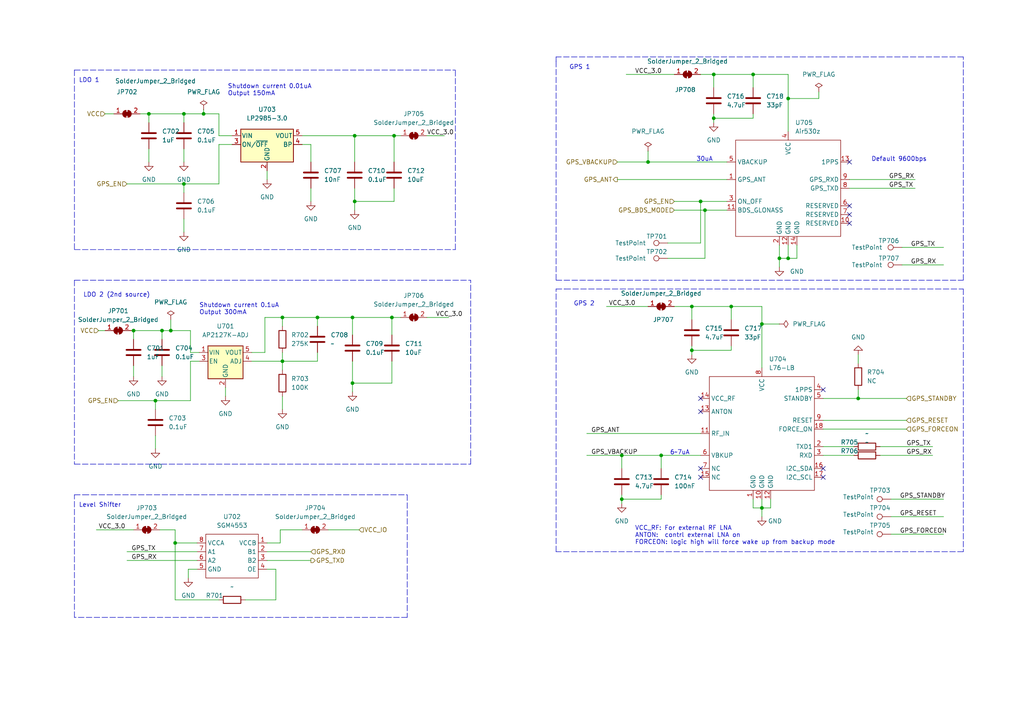
<source format=kicad_sch>
(kicad_sch (version 20211123) (generator eeschema)
  (paper "A4")
  (lib_symbols
    (symbol "Connector:TestPoint" (pin_numbers hide) (pin_names (offset 0.762) hide)
      (property "Reference" "TP" (at 0 6.858 0))
      (property "Value" "TestPoint" (at 0 5.08 0))
      (symbol "TestPoint_0_1"
        (circle (center 0 3.302) (radius 0.762))
      )
      (symbol "TestPoint_1_1"
        (pin passive line (at 0 0 90) (length 2.54) (name "1") (number "1"))
      )
    )
    (symbol "Device:C" (pin_numbers hide) (pin_names (offset 0.254))
      (property "Reference" "C" (at 0.635 2.54 0))
      (property "Value" "C" (at 0.635 -2.54 0))
      (symbol "C_0_1"
        (polyline (pts (xy -2.032 -0.762) (xy 2.032 -0.762)) (stroke (width 0.508)))
        (polyline (pts (xy -2.032 0.762) (xy 2.032 0.762)) (stroke (width 0.508)))
      )
      (symbol "C_1_1"
        (pin passive line (at 0 3.81 270) (length 2.794) (name "~") (number "1"))
        (pin passive line (at 0 -3.81 90) (length 2.794) (name "~") (number "2"))
      )
    )
    (symbol "Device:R" (pin_numbers hide) (pin_names (offset 0))
      (property "Reference" "R" (at 2.032 0 90))
      (property "Value" "R" (at 0 0 90))
      (symbol "R_0_1"
        (rectangle (start -1.016 -2.54) (end 1.016 2.54) (stroke (width 0.254)))
      )
      (symbol "R_1_1"
        (pin passive line (at 0 3.81 270) (length 1.27) (name "~") (number "1"))
        (pin passive line (at 0 -3.81 90) (length 1.27) (name "~") (number "2"))
      )
    )
    (symbol "Jumper:SolderJumper_2_Bridged" (pin_names (offset 0) hide)
      (property "Reference" "JP" (at 0 2.032 0))
      (property "Value" "SolderJumper_2_Bridged" (at 0 -2.54 0))
      (symbol "SolderJumper_2_Bridged_0_1"
        (rectangle (start -0.508 0.508) (end 0.508 -0.508) (fill (type outline)))
        (arc (start -0.254 1.016) (mid -1.27 0) (end -0.254 -1.016))
        (arc (start -0.254 1.016) (mid -1.27 0) (end -0.254 -1.016) (fill (type outline)))
        (polyline (pts (xy -0.254 1.016) (xy -0.254 -1.016)))
        (polyline (pts (xy 0.254 1.016) (xy 0.254 -1.016)))
        (arc (start 0.254 -1.016) (mid 1.27 0) (end 0.254 1.016))
        (arc (start 0.254 -1.016) (mid 1.27 0) (end 0.254 1.016) (fill (type outline)))
      )
      (symbol "SolderJumper_2_Bridged_1_1"
        (pin passive line (at -3.81 0 0) (length 2.54) (name "A") (number "1"))
        (pin passive line (at 3.81 0 180) (length 2.54) (name "B") (number "2"))
      )
    )
    (symbol "Regulator_Linear:AP2127K-ADJ" (pin_names (offset 0.254))
      (property "Reference" "U" (at -5.08 5.715 0))
      (property "Value" "AP2127K-ADJ" (at 0 5.715 0))
      (symbol "AP2127K-ADJ_0_1"
        (rectangle (start -5.08 4.445) (end 5.08 -5.08) (stroke (width 0.254)) (fill (type background)))
      )
      (symbol "AP2127K-ADJ_1_1"
        (pin power_in line (at -7.62 2.54 0) (length 2.54) (name "VIN") (number "1"))
        (pin power_in line (at 0 -7.62 90) (length 2.54) (name "GND") (number "2"))
        (pin input line (at -7.62 0 0) (length 2.54) (name "EN") (number "3"))
        (pin input line (at 7.62 0 180) (length 2.54) (name "ADJ") (number "4"))
        (pin power_out line (at 7.62 2.54 180) (length 2.54) (name "VOUT") (number "5"))
      )
    )
    (symbol "Regulator_Linear:LP2985-3.0" (pin_names (offset 0.254))
      (property "Reference" "U" (at -6.35 5.715 0))
      (property "Value" "LP2985-3.0" (at 0 5.715 0))
      (symbol "LP2985-3.0_0_1"
        (rectangle (start -7.62 -5.08) (end 7.62 4.445) (stroke (width 0.254)) (fill (type background)))
      )
      (symbol "LP2985-3.0_1_1"
        (pin power_in line (at -10.16 2.54 0) (length 2.54) (name "VIN") (number "1"))
        (pin power_in line (at 0 -7.62 90) (length 2.54) (name "GND") (number "2"))
        (pin input line (at -10.16 0 0) (length 2.54) (name "ON/~{OFF}") (number "3"))
        (pin input line (at 10.16 0 180) (length 2.54) (name "BP") (number "4"))
        (pin power_out line (at 10.16 2.54 180) (length 2.54) (name "VOUT") (number "5"))
      )
    )
    (symbol "lp-collapse:Air530z"
      (property "Reference" "U" (at 0 3.81 0))
      (property "Value" "Air530z" (at 0 0 0))
      (symbol "Air530z_0_1"
        (rectangle (start -15.24 13.97) (end 15.24 -13.97))
      )
      (symbol "Air530z_1_1"
        (pin input line (at -17.78 2.54 0) (length 2.54) (name "GPS_ANT") (number "1"))
        (pin passive line (at 17.78 -10.16 180) (length 2.54) (name "RESERVED") (number "10"))
        (pin input line (at -17.78 -6.35 0) (length 2.54) (name "BDS_GLONASS") (number "11"))
        (pin power_in line (at 0 -16.51 90) (length 2.54) (name "GND") (number "12"))
        (pin output line (at 17.78 7.62 180) (length 2.54) (name "1PPS") (number "13"))
        (pin power_in line (at 2.54 -16.51 90) (length 2.54) (name "GND") (number "14"))
        (pin power_in line (at -2.54 -16.51 90) (length 2.54) (name "GND") (number "2"))
        (pin input line (at -17.78 -3.81 0) (length 2.54) (name "ON_OFF") (number "3"))
        (pin power_in line (at 0 16.51 270) (length 2.54) (name "VCC") (number "4"))
        (pin power_in line (at -17.78 7.62 0) (length 2.54) (name "VBACKUP") (number "5"))
        (pin passive line (at 17.78 -5.08 180) (length 2.54) (name "RESERVED") (number "6"))
        (pin passive line (at 17.78 -7.62 180) (length 2.54) (name "RESERVED") (number "7"))
        (pin output line (at 17.78 0 180) (length 2.54) (name "GPS_TXD") (number "8"))
        (pin input line (at 17.78 2.54 180) (length 2.54) (name "GPS_RXD") (number "9"))
      )
    )
    (symbol "lp-collapse:L76-LB"
      (property "Reference" "U?" (at 5.08 21.59 0))
      (property "Value" "L76-LB" (at 7.62 19.05 0))
      (symbol "L76-LB_0_1"
        (rectangle (start -15.24 16.51) (end 15.24 -16.51))
      )
      (symbol "L76-LB_1_1"
        (pin passive line (at -2.54 -19.05 90) (length 2.54) (name "GND") (number "1"))
        (pin passive line (at 0 -19.05 90) (length 2.54) (name "GND") (number "10"))
        (pin passive line (at -17.78 0 0) (length 2.54) (name "RF_IN") (number "11"))
        (pin passive line (at 2.54 -19.05 90) (length 2.54) (name "GND") (number "12"))
        (pin input line (at -17.78 6.35 0) (length 2.54) (name "ANTON") (number "13"))
        (pin power_in line (at -17.78 10.16 0) (length 2.54) (name "VCC_RF") (number "14"))
        (pin free line (at -17.78 -12.7 0) (length 2.54) (name "NC") (number "15"))
        (pin bidirectional line (at 17.78 -10.16 180) (length 2.54) (name "I2C_SDA") (number "16"))
        (pin input line (at 17.78 -12.7 180) (length 2.54) (name "I2C_SCL") (number "17"))
        (pin input line (at 17.78 1.27 180) (length 2.54) (name "FORCE_ON") (number "18"))
        (pin output line (at 17.78 -3.81 180) (length 2.54) (name "TXD1") (number "2"))
        (pin input line (at 17.78 -6.35 180) (length 2.54) (name "RXD") (number "3"))
        (pin output line (at 17.78 12.7 180) (length 2.54) (name "1PPS") (number "4"))
        (pin input line (at 17.78 10.16 180) (length 2.54) (name "STANDBY") (number "5"))
        (pin power_in line (at -17.78 -6.35 0) (length 2.54) (name "VBKUP") (number "6"))
        (pin free line (at -17.78 -10.16 0) (length 2.54) (name "NC") (number "7"))
        (pin power_in line (at 0 19.05 270) (length 2.54) (name "VCC") (number "8"))
        (pin input line (at 17.78 3.81 180) (length 2.54) (name "RESET") (number "9"))
      )
    )
    (symbol "lp-collapse:SGM4553"
      (property "Reference" "U" (at 0 10.16 0))
      (property "Value" "SGM4553" (at 0 7.62 0))
      (symbol "SGM4553_0_1"
        (rectangle (start -7.62 -6.35) (end 7.62 6.35))
      )
      (symbol "SGM4553_1_1"
        (pin input line (at -10.16 3.81 0) (length 2.54) (name "VCCB") (number "1"))
        (pin input line (at -10.16 1.27 0) (length 2.54) (name "B1") (number "2"))
        (pin input line (at -10.16 -1.27 0) (length 2.54) (name "B2") (number "3"))
        (pin input line (at -10.16 -3.81 0) (length 2.54) (name "OE") (number "4"))
        (pin input line (at 10.16 -3.81 180) (length 2.54) (name "GND") (number "5"))
        (pin input line (at 10.16 -1.27 180) (length 2.54) (name "A2") (number "6"))
        (pin input line (at 10.16 1.27 180) (length 2.54) (name "A1") (number "7"))
        (pin input line (at 10.16 3.81 180) (length 2.54) (name "VCCA") (number "8"))
      )
    )
    (symbol "power:GND" (power) (pin_names (offset 0))
      (property "Value" "GND" (at 0 -3.81 0))
      (symbol "GND_0_1"
        (polyline (pts (xy 0 0) (xy 0 -1.27) (xy 1.27 -1.27) (xy 0 -2.54) (xy -1.27 -1.27) (xy 0 -1.27)))
      )
      (symbol "GND_1_1"
        (pin power_in line (at 0 0 270) (length 0) hide (name "GND") (number "1"))
      )
    )
    (symbol "power:PWR_FLAG" (power) (pin_numbers hide) (pin_names (offset 0) hide)
      (property "Value" "PWR_FLAG" (at 0 3.81 0))
      (symbol "PWR_FLAG_0_0"
        (pin power_out line (at 0 0 90) (length 0) (name "pwr") (number "1"))
      )
      (symbol "PWR_FLAG_0_1"
        (polyline (pts (xy 0 0) (xy 0 1.27) (xy -1.016 1.905) (xy 0 2.54) (xy 1.016 1.905) (xy 0 1.27)))
      )
    )
  )
  (junction (at 220.98 93.98))
  (junction (at 38.735 95.885))
  (junction (at 81.915 104.775))
  (junction (at 102.235 111.125))
  (junction (at 204.47 60.96))
  (junction (at 248.92 115.57))
  (junction (at 53.34 33.02))
  (junction (at 43.18 33.02))
  (junction (at 114.3 39.37))
  (junction (at 207.01 21.59))
  (junction (at 102.87 39.37))
  (junction (at 187.96 46.99))
  (junction (at 49.53 95.885))
  (junction (at 228.6 74.93))
  (junction (at 46.99 95.885))
  (junction (at 45.085 116.205))
  (junction (at 59.055 33.02))
  (junction (at 207.01 34.29))
  (junction (at 102.235 92.075))
  (junction (at 212.09 88.9))
  (junction (at 180.34 144.78))
  (junction (at 200.66 101.6))
  (junction (at 218.44 21.59))
  (junction (at 203.2 58.42))
  (junction (at 200.66 88.9))
  (junction (at 102.87 58.42))
  (junction (at 228.6 28.575))
  (junction (at 92.075 92.075))
  (junction (at 191.77 132.08))
  (junction (at 53.34 53.34))
  (junction (at 113.665 92.075))
  (junction (at 220.98 147.32))
  (junction (at 50.8 157.48))
  (junction (at 81.915 92.075))
  (junction (at 180.34 132.08))
  (junction (at 226.06 74.93))
  (no_connect (at 203.2 115.57))
  (no_connect (at 203.2 119.38))
  (no_connect (at 238.76 113.03))
  (no_connect (at 246.38 64.77))
  (no_connect (at 246.38 59.69))
  (no_connect (at 246.38 62.23))
  (no_connect (at 238.76 135.89))
  (no_connect (at 238.76 138.43))
  (no_connect (at 203.2 135.89))
  (no_connect (at 203.2 138.43))
  (no_connect (at 246.38 46.99))
  (wire (pts (xy 92.075 92.075) (xy 102.235 92.075)))
  (wire (pts (xy 113.665 92.075) (xy 116.205 92.075)))
  (wire (pts (xy 226.06 74.93) (xy 228.6 74.93)))
  (wire (pts (xy 81.915 107.315) (xy 81.915 104.775)))
  (wire (pts (xy 27.94 153.67) (xy 38.735 153.67)))
  (wire (pts (xy 55.245 102.235) (xy 55.245 95.885)))
  (wire (pts (xy 193.675 74.93) (xy 204.47 74.93)))
  (wire (pts (xy 113.665 104.775) (xy 113.665 111.125)))
  (wire (pts (xy 237.49 28.575) (xy 228.6 28.575)))
  (wire (pts (xy 54.61 165.1) (xy 54.61 167.64)))
  (wire (pts (xy 63.5 173.99) (xy 50.8 173.99)))
  (wire (pts (xy 114.3 54.61) (xy 114.3 58.42)))
  (wire (pts (xy 102.87 58.42) (xy 102.87 60.96)))
  (wire (pts (xy 258.445 154.94) (xy 273.685 154.94)))
  (wire (pts (xy 80.01 165.1) (xy 80.01 173.99)))
  (wire (pts (xy 90.17 54.61) (xy 90.17 58.42)))
  (wire (pts (xy 238.76 115.57) (xy 248.92 115.57)))
  (polyline (pts (xy 21.59 20.32) (xy 132.08 20.32)))
  (wire (pts (xy 76.835 102.235) (xy 76.835 92.075)))
  (wire (pts (xy 81.915 92.075) (xy 81.915 94.615)))
  (wire (pts (xy 220.98 93.98) (xy 220.98 106.68)))
  (polyline (pts (xy 161.29 160.02) (xy 161.29 83.82)))
  (wire (pts (xy 191.77 144.78) (xy 180.34 144.78)))
  (wire (pts (xy 238.76 124.46) (xy 262.89 124.46)))
  (wire (pts (xy 90.17 41.91) (xy 90.17 46.99)))
  (wire (pts (xy 220.98 147.32) (xy 220.98 149.86)))
  (wire (pts (xy 228.6 28.575) (xy 228.6 21.59)))
  (wire (pts (xy 179.07 46.99) (xy 187.96 46.99)))
  (wire (pts (xy 49.53 95.885) (xy 46.99 95.885)))
  (wire (pts (xy 38.735 95.885) (xy 38.1 95.885)))
  (wire (pts (xy 238.76 132.08) (xy 247.65 132.08)))
  (wire (pts (xy 218.44 144.78) (xy 218.44 147.32)))
  (wire (pts (xy 191.77 132.08) (xy 203.2 132.08)))
  (wire (pts (xy 195.58 60.96) (xy 204.47 60.96)))
  (wire (pts (xy 226.06 71.12) (xy 226.06 74.93)))
  (wire (pts (xy 180.34 144.78) (xy 180.34 146.05)))
  (polyline (pts (xy 21.59 20.32) (xy 21.59 72.39)))
  (wire (pts (xy 170.18 125.73) (xy 203.2 125.73)))
  (wire (pts (xy 36.83 53.34) (xy 53.34 53.34)))
  (wire (pts (xy 57.15 157.48) (xy 50.8 157.48)))
  (wire (pts (xy 218.44 34.29) (xy 207.01 34.29)))
  (wire (pts (xy 36.83 162.56) (xy 57.15 162.56)))
  (wire (pts (xy 49.53 92.71) (xy 49.53 95.885)))
  (wire (pts (xy 63.5 33.02) (xy 59.055 33.02)))
  (wire (pts (xy 246.38 52.07) (xy 265.43 52.07)))
  (wire (pts (xy 258.445 149.86) (xy 273.685 149.86)))
  (polyline (pts (xy 279.4 81.28) (xy 279.4 16.51)))
  (wire (pts (xy 170.18 132.08) (xy 180.34 132.08)))
  (wire (pts (xy 102.87 54.61) (xy 102.87 58.42)))
  (wire (pts (xy 102.87 39.37) (xy 102.87 46.99)))
  (wire (pts (xy 195.58 58.42) (xy 203.2 58.42)))
  (wire (pts (xy 114.3 39.37) (xy 116.205 39.37)))
  (wire (pts (xy 53.34 53.34) (xy 63.5 53.34)))
  (wire (pts (xy 77.47 157.48) (xy 81.28 157.48)))
  (wire (pts (xy 200.66 101.6) (xy 200.66 102.87)))
  (wire (pts (xy 114.3 39.37) (xy 114.3 46.99)))
  (polyline (pts (xy 161.29 83.82) (xy 163.83 83.82)))
  (polyline (pts (xy 21.59 72.39) (xy 132.08 72.39)))
  (wire (pts (xy 207.01 34.29) (xy 207.01 35.56)))
  (wire (pts (xy 226.06 74.93) (xy 226.06 77.47)))
  (wire (pts (xy 203.2 70.485) (xy 203.2 58.42)))
  (wire (pts (xy 95.25 153.67) (xy 104.14 153.67)))
  (wire (pts (xy 53.34 33.02) (xy 53.34 35.56)))
  (wire (pts (xy 238.76 121.92) (xy 262.89 121.92)))
  (wire (pts (xy 248.92 115.57) (xy 262.89 115.57)))
  (wire (pts (xy 59.055 31.75) (xy 59.055 33.02)))
  (wire (pts (xy 81.915 104.775) (xy 81.915 102.235)))
  (wire (pts (xy 248.92 113.03) (xy 248.92 115.57)))
  (wire (pts (xy 204.47 60.96) (xy 210.82 60.96)))
  (wire (pts (xy 207.01 21.59) (xy 207.01 25.4)))
  (wire (pts (xy 191.77 132.08) (xy 191.77 135.89)))
  (wire (pts (xy 237.49 26.67) (xy 237.49 28.575)))
  (wire (pts (xy 30.48 95.885) (xy 28.575 95.885)))
  (wire (pts (xy 80.01 173.99) (xy 71.12 173.99)))
  (wire (pts (xy 102.235 111.125) (xy 113.665 111.125)))
  (wire (pts (xy 43.18 33.02) (xy 43.18 35.56)))
  (wire (pts (xy 102.87 58.42) (xy 114.3 58.42)))
  (polyline (pts (xy 118.11 179.07) (xy 21.59 179.07)))
  (polyline (pts (xy 161.29 16.51) (xy 161.29 17.78)))
  (wire (pts (xy 261.62 76.835) (xy 273.685 76.835)))
  (wire (pts (xy 46.99 95.885) (xy 38.735 95.885)))
  (wire (pts (xy 34.29 116.205) (xy 45.085 116.205)))
  (wire (pts (xy 255.27 129.54) (xy 270.51 129.54)))
  (wire (pts (xy 193.675 70.485) (xy 203.2 70.485)))
  (wire (pts (xy 187.96 43.815) (xy 187.96 46.99)))
  (polyline (pts (xy 132.08 72.39) (xy 132.08 20.32)))
  (wire (pts (xy 212.09 101.6) (xy 200.66 101.6)))
  (wire (pts (xy 228.6 38.1) (xy 228.6 28.575)))
  (wire (pts (xy 81.28 157.48) (xy 81.28 153.67)))
  (polyline (pts (xy 21.59 134.62) (xy 136.525 134.62)))
  (wire (pts (xy 191.77 143.51) (xy 191.77 144.78)))
  (wire (pts (xy 195.58 88.9) (xy 200.66 88.9)))
  (wire (pts (xy 46.99 95.885) (xy 46.99 98.425)))
  (wire (pts (xy 204.47 60.96) (xy 204.47 74.93)))
  (polyline (pts (xy 279.4 16.51) (xy 161.29 16.51)))
  (polyline (pts (xy 161.29 81.28) (xy 279.4 81.28)))
  (polyline (pts (xy 136.525 134.62) (xy 136.525 81.28)))
  (wire (pts (xy 43.18 43.18) (xy 43.18 46.99)))
  (wire (pts (xy 50.8 157.48) (xy 50.8 153.67)))
  (wire (pts (xy 212.09 88.9) (xy 220.98 88.9)))
  (wire (pts (xy 45.085 116.205) (xy 55.245 116.205)))
  (wire (pts (xy 65.405 112.395) (xy 65.405 114.935)))
  (wire (pts (xy 59.055 33.02) (xy 53.34 33.02)))
  (wire (pts (xy 212.09 88.9) (xy 200.66 88.9)))
  (wire (pts (xy 255.27 132.08) (xy 270.51 132.08)))
  (wire (pts (xy 246.38 54.61) (xy 265.43 54.61)))
  (wire (pts (xy 248.92 102.87) (xy 248.92 105.41)))
  (wire (pts (xy 50.8 173.99) (xy 50.8 157.48)))
  (wire (pts (xy 102.235 92.075) (xy 113.665 92.075)))
  (wire (pts (xy 73.025 102.235) (xy 76.835 102.235)))
  (wire (pts (xy 36.83 160.02) (xy 57.15 160.02)))
  (wire (pts (xy 81.915 114.935) (xy 81.915 118.745)))
  (wire (pts (xy 181.61 21.59) (xy 195.58 21.59)))
  (wire (pts (xy 77.47 49.53) (xy 77.47 52.07)))
  (wire (pts (xy 203.2 21.59) (xy 207.01 21.59)))
  (wire (pts (xy 55.245 102.235) (xy 57.785 102.235)))
  (wire (pts (xy 212.09 88.9) (xy 212.09 92.71)))
  (wire (pts (xy 77.47 165.1) (xy 80.01 165.1)))
  (wire (pts (xy 223.52 144.78) (xy 223.52 147.32)))
  (wire (pts (xy 53.34 63.5) (xy 53.34 67.31)))
  (wire (pts (xy 102.87 39.37) (xy 114.3 39.37)))
  (wire (pts (xy 77.47 162.56) (xy 90.17 162.56)))
  (wire (pts (xy 55.245 104.775) (xy 57.785 104.775)))
  (wire (pts (xy 218.44 21.59) (xy 207.01 21.59)))
  (wire (pts (xy 30.48 33.02) (xy 33.02 33.02)))
  (wire (pts (xy 238.76 129.54) (xy 247.65 129.54)))
  (wire (pts (xy 53.34 53.34) (xy 53.34 55.88)))
  (wire (pts (xy 220.98 147.32) (xy 223.52 147.32)))
  (wire (pts (xy 53.34 43.18) (xy 53.34 46.99)))
  (wire (pts (xy 228.6 74.93) (xy 231.14 74.93)))
  (wire (pts (xy 258.445 144.78) (xy 273.685 144.78)))
  (wire (pts (xy 46.355 153.67) (xy 50.8 153.67)))
  (wire (pts (xy 92.075 104.775) (xy 81.915 104.775)))
  (wire (pts (xy 218.44 21.59) (xy 218.44 25.4)))
  (wire (pts (xy 81.28 153.67) (xy 87.63 153.67)))
  (polyline (pts (xy 21.59 179.07) (xy 21.59 143.51)))
  (wire (pts (xy 46.99 106.045) (xy 46.99 109.22)))
  (wire (pts (xy 102.235 111.125) (xy 102.235 113.665)))
  (wire (pts (xy 179.07 52.07) (xy 210.82 52.07)))
  (wire (pts (xy 218.44 33.02) (xy 218.44 34.29)))
  (wire (pts (xy 38.735 95.885) (xy 38.735 98.425)))
  (wire (pts (xy 200.66 88.9) (xy 200.66 92.71)))
  (wire (pts (xy 87.63 39.37) (xy 102.87 39.37)))
  (polyline (pts (xy 21.59 81.28) (xy 21.59 134.62)))
  (wire (pts (xy 67.31 39.37) (xy 63.5 39.37)))
  (wire (pts (xy 81.915 92.075) (xy 92.075 92.075)))
  (wire (pts (xy 63.5 41.91) (xy 63.5 53.34)))
  (wire (pts (xy 55.245 104.775) (xy 55.245 116.205)))
  (wire (pts (xy 228.6 21.59) (xy 218.44 21.59)))
  (wire (pts (xy 113.665 92.075) (xy 113.665 97.155)))
  (wire (pts (xy 180.34 132.08) (xy 180.34 135.89)))
  (wire (pts (xy 228.6 71.12) (xy 228.6 74.93)))
  (wire (pts (xy 231.14 74.93) (xy 231.14 71.12)))
  (wire (pts (xy 102.235 92.075) (xy 102.235 97.155)))
  (wire (pts (xy 175.895 88.9) (xy 187.96 88.9)))
  (wire (pts (xy 92.075 92.075) (xy 92.075 94.615)))
  (polyline (pts (xy 279.4 83.82) (xy 279.4 160.02)))
  (polyline (pts (xy 118.11 143.51) (xy 118.11 179.07)))
  (wire (pts (xy 45.085 126.365) (xy 45.085 130.175)))
  (wire (pts (xy 40.64 33.02) (xy 43.18 33.02)))
  (wire (pts (xy 218.44 147.32) (xy 220.98 147.32)))
  (wire (pts (xy 92.075 102.235) (xy 92.075 104.775)))
  (wire (pts (xy 123.825 39.37) (xy 128.905 39.37)))
  (wire (pts (xy 207.01 33.02) (xy 207.01 34.29)))
  (wire (pts (xy 220.98 93.98) (xy 226.06 93.98)))
  (wire (pts (xy 261.62 71.755) (xy 273.685 71.755)))
  (polyline (pts (xy 21.59 81.28) (xy 136.525 81.28)))
  (wire (pts (xy 200.66 100.33) (xy 200.66 101.6)))
  (polyline (pts (xy 279.4 160.02) (xy 161.29 160.02)))
  (wire (pts (xy 220.98 144.78) (xy 220.98 147.32)))
  (wire (pts (xy 203.2 58.42) (xy 210.82 58.42)))
  (wire (pts (xy 123.825 92.075) (xy 130.175 92.075)))
  (wire (pts (xy 77.47 160.02) (xy 90.17 160.02)))
  (wire (pts (xy 55.245 95.885) (xy 49.53 95.885)))
  (wire (pts (xy 187.96 46.99) (xy 210.82 46.99)))
  (wire (pts (xy 81.915 104.775) (xy 73.025 104.775)))
  (wire (pts (xy 63.5 39.37) (xy 63.5 33.02)))
  (wire (pts (xy 87.63 41.91) (xy 90.17 41.91)))
  (wire (pts (xy 38.735 106.045) (xy 38.735 109.22)))
  (wire (pts (xy 67.31 41.91) (xy 63.5 41.91)))
  (wire (pts (xy 180.34 132.08) (xy 191.77 132.08)))
  (wire (pts (xy 212.09 100.33) (xy 212.09 101.6)))
  (wire (pts (xy 180.34 143.51) (xy 180.34 144.78)))
  (polyline (pts (xy 163.83 83.82) (xy 279.4 83.82)))
  (wire (pts (xy 76.835 92.075) (xy 81.915 92.075)))
  (wire (pts (xy 102.235 104.775) (xy 102.235 111.125)))
  (polyline (pts (xy 161.29 17.78) (xy 161.29 81.28)))
  (polyline (pts (xy 21.59 143.51) (xy 24.13 143.51)))
  (polyline (pts (xy 24.13 143.51) (xy 118.11 143.51)))
  (wire (pts (xy 45.085 116.205) (xy 45.085 118.745)))
  (wire (pts (xy 220.98 88.9) (xy 220.98 93.98)))
  (wire (pts (xy 57.15 165.1) (xy 54.61 165.1)))
  (wire (pts (xy 53.34 33.02) (xy 43.18 33.02)))
  (text "LDO 2 (2nd source)" (at 24.13 86.36 0) (effects (font (size 1.27 1.27)) (justify left bottom)))
  (text "Shutdown current 0.01uA\nOutput 150mA" (at 66.04 27.94 0) (effects (font (size 1.27 1.27)) (justify left bottom)))
  (text "Level Shifter" (at 22.86 147.32 0) (effects (font (size 1.27 1.27)) (justify left bottom)))
  (text "GPS 2" (at 166.37 88.9 0) (effects (font (size 1.27 1.27)) (justify left bottom)))
  (text "GPS 1" (at 165.1 20.32 0) (effects (font (size 1.27 1.27)) (justify left bottom)))
  (text "LDO 1" (at 22.86 24.13 0) (effects (font (size 1.27 1.27)) (justify left bottom)))
  (text "6~7uA" (at 194.31 132.08 0) (effects (font (size 1.27 1.27)) (justify left bottom)))
  (text "VCC_RF: For external RF LNA\nANTON:  contrl external LNA on\nFORCEON: logic high will force wake up from backup mode\n" (at 184.15 158.115 0) (effects (font (size 1.27 1.27)) (justify left bottom)))
  (text "Default 9600bps" (at 252.73 46.99 0) (effects (font (size 1.27 1.27)) (justify left bottom)))
  (text "Shutdown current 0.1uA\nOutput 300mA" (at 57.785 91.44 0) (effects (font (size 1.27 1.27)) (justify left bottom)))
  (text "30uA" (at 201.93 46.99 0) (effects (font (size 1.27 1.27)) (justify left bottom)))
  (label "GPS_TX" (at 257.81 54.61 0))
  (label "GPS_FORCEON" (at 260.985 154.94 0))
  (label "GPS_RX" (at 257.81 52.07 0))
  (label "GPS_TX" (at 38.1 160.02 0))
  (label "VCC_3.0" (at 184.15 21.59 0))
  (label "GPS_ANT" (at 171.45 125.73 0))
  (label "GPS_RESET" (at 260.985 149.86 0))
  (label "GPS_RX" (at 38.1 162.56 0))
  (label "VCC_3.0" (at 28.575 153.67 0))
  (label "VCC_3.0" (at 126.365 92.075 0))
  (label "GPS_RX" (at 262.89 132.08 0))
  (label "VCC_3.0" (at 176.53 88.9 0))
  (label "GPS_STANDBY" (at 260.985 144.78 0))
  (label "GPS_RX" (at 264.16 76.835 0))
  (label "GPS_VBACKUP" (at 171.45 132.08 0))
  (label "GPS_TX" (at 264.16 71.755 0))
  (label "GPS_TX" (at 262.89 129.54 0))
  (label "VCC_3.0" (at 123.825 39.37 0))
  (hierarchical_label "GPS_STANDBY" (shape input) (at 262.89 115.57 0))
  (hierarchical_label "GPS_BDS_MODE" (shape input) (at 195.58 60.96 180))
  (hierarchical_label "GPS_EN" (shape input) (at 36.83 53.34 180))
  (hierarchical_label "VCC_IO" (shape input) (at 104.14 153.67 0))
  (hierarchical_label "GPS_RXD" (shape input) (at 90.17 160.02 0))
  (hierarchical_label "GPS_RESET" (shape input) (at 262.89 121.92 0))
  (hierarchical_label "GPS_VBACKUP" (shape input) (at 179.07 46.99 180))
  (hierarchical_label "VCC" (shape input) (at 30.48 33.02 180))
  (hierarchical_label "GPS_FORCEON" (shape input) (at 262.89 124.46 0))
  (hierarchical_label "GPS_EN" (shape input) (at 34.29 116.205 180))
  (hierarchical_label "GPS_EN" (shape input) (at 195.58 58.42 180))
  (hierarchical_label "GPS_ANT" (shape output) (at 179.07 52.07 180))
  (hierarchical_label "VCC" (shape input) (at 28.575 95.885 180))
  (hierarchical_label "GPS_TXD" (shape output) (at 90.17 162.56 0))
  (symbol (lib_id "power:GND") (at 207.01 35.56 0) (unit 1)
    (property "Reference" "#PWR0716" (effects hide))
    (property "Value" "GND" (at 207.01 40.64 0))
  )
  (symbol (lib_id "power:PWR_FLAG") (at 226.06 93.98 270) (unit 1)
    (property "Reference" "#FLG0111" (effects hide))
    (property "Value" "PWR_FLAG" (at 229.87 93.9799 90) (effects (justify left)))
  )
  (symbol (lib_id "Device:C") (at 46.99 102.235 0) (unit 1)
    (property "Reference" "C704" (at 50.8 100.9649 0) (effects (justify left)))
    (property "Value" "0.1uF" (at 50.8 103.5049 0) (effects (justify left)))
  )
  (symbol (lib_id "power:GND") (at 45.085 130.175 0) (unit 1)
    (property "Reference" "#PWR0703" (effects hide))
    (property "Value" "~" (at 45.085 135.255 0))
  )
  (symbol (lib_id "power:GND") (at 248.92 102.87 180) (unit 1)
    (property "Reference" "#PWR0719" (effects hide))
    (property "Value" "GND" (at 248.92 97.79 0))
  )
  (symbol (lib_id "power:GND") (at 53.34 67.31 0) (unit 1)
    (property "Reference" "#PWR0706" (effects hide))
    (property "Value" "~" (at 53.34 72.39 0))
  )
  (symbol (lib_id "power:PWR_FLAG") (at 187.96 43.815 0) (unit 1)
    (property "Reference" "#FLG0113" (effects hide))
    (property "Value" "PWR_FLAG" (at 187.96 38.1 0))
  )
  (symbol (lib_id "power:GND") (at 90.17 58.42 0) (unit 1)
    (property "Reference" "#PWR0711" (effects hide))
    (property "Value" "~" (at 90.17 63.5 0))
  )
  (symbol (lib_id "Connector:TestPoint") (at 261.62 71.755 90) (unit 1)
    (property "Reference" "TP706" (at 257.81 69.85 90))
    (property "Value" "TestPoint" (at 251.46 71.755 90))
  )
  (symbol (lib_id "Connector:TestPoint") (at 258.445 149.86 90) (unit 1)
    (property "Reference" "TP704" (at 255.27 147.32 90))
    (property "Value" "TestPoint" (at 248.92 149.225 90))
  )
  (symbol (lib_id "Connector:TestPoint") (at 258.445 144.78 90) (unit 1)
    (property "Reference" "TP703" (at 255.27 142.24 90))
    (property "Value" "TestPoint" (at 248.92 144.145 90))
  )
  (symbol (lib_id "Device:C") (at 218.44 29.21 0) (unit 1)
    (property "Reference" "C718" (at 222.25 27.9399 0) (effects (justify left)))
    (property "Value" "33pF" (at 222.25 30.4799 0) (effects (justify left)))
  )
  (symbol (lib_id "Device:C") (at 200.66 96.52 0) (unit 1)
    (property "Reference" "C715" (at 204.47 95.2499 0) (effects (justify left)))
    (property "Value" "4.7uF" (at 204.47 97.7899 0) (effects (justify left)))
  )
  (symbol (lib_id "Device:R") (at 248.92 109.22 0) (unit 1)
    (property "Reference" "R704" (at 251.46 107.9499 0) (effects (justify left)))
    (property "Value" "NC" (at 251.46 110.4899 0) (effects (justify left)))
  )
  (symbol (lib_id "Device:C") (at 212.09 96.52 0) (unit 1)
    (property "Reference" "C717" (at 215.9 95.2499 0) (effects (justify left)))
    (property "Value" "33pF" (at 215.9 97.7899 0) (effects (justify left)))
  )
  (symbol (lib_id "power:PWR_FLAG") (at 59.055 31.75 0) (unit 1)
    (property "Reference" "#FLG0110" (effects hide))
    (property "Value" "PWR_FLAG" (at 59.055 26.67 0))
  )
  (symbol (lib_id "power:GND") (at 77.47 52.07 0) (unit 1)
    (property "Reference" "#PWR0709" (effects hide))
    (property "Value" "GND" (at 77.47 57.15 0))
  )
  (symbol (lib_id "Device:C") (at 38.735 102.235 0) (unit 1)
    (property "Reference" "C701" (at 42.545 100.9649 0) (effects (justify left)))
    (property "Value" "1uF" (at 42.545 103.5049 0) (effects (justify left)))
  )
  (symbol (lib_id "Device:C") (at 53.34 59.69 0) (unit 1)
    (property "Reference" "C706" (at 57.15 58.4199 0) (effects (justify left)))
    (property "Value" "0.1uF" (at 57.15 60.9599 0) (effects (justify left)))
  )
  (symbol (lib_id "power:GND") (at 180.34 146.05 0) (unit 1)
    (property "Reference" "#PWR0714" (effects hide))
    (property "Value" "GND" (at 180.34 151.13 0))
  )
  (symbol (lib_id "Device:C") (at 113.665 100.965 0) (unit 1)
    (property "Reference" "C711" (at 117.475 99.6949 0) (effects (justify left)))
    (property "Value" "10uF" (at 117.475 102.2349 0) (effects (justify left)))
  )
  (symbol (lib_id "Device:C") (at 45.085 122.555 0) (unit 1)
    (property "Reference" "C703" (at 48.895 121.2849 0) (effects (justify left)))
    (property "Value" "0.1uF" (at 48.895 123.8249 0) (effects (justify left)))
  )
  (symbol (lib_id "lp-collapse:SGM4553") (at 67.31 161.29 0) (mirror y) (unit 1)
    (property "Reference" "U702" (at 67.31 149.86 0))
    (property "Value" "SGM4553" (at 67.31 152.4 0))
  )
  (symbol (lib_id "power:GND") (at 43.18 46.99 0) (unit 1)
    (property "Reference" "#PWR0702" (effects hide))
    (property "Value" "~" (at 43.18 52.07 0))
  )
  (symbol (lib_id "power:GND") (at 65.405 114.935 0) (unit 1)
    (property "Reference" "#PWR0708" (effects hide))
    (property "Value" "~" (at 65.405 120.015 0))
  )
  (symbol (lib_id "power:GND") (at 81.915 118.745 0) (unit 1)
    (property "Reference" "#PWR0710" (effects hide))
    (property "Value" "~" (at 81.915 123.825 0))
  )
  (symbol (lib_id "power:GND") (at 53.34 46.99 0) (unit 1)
    (property "Reference" "#PWR0705" (effects hide))
    (property "Value" "~" (at 53.34 52.07 0))
  )
  (symbol (lib_id "Regulator_Linear:LP2985-3.0") (at 77.47 41.91 0) (unit 1)
    (property "Reference" "U703" (at 77.47 31.75 0))
    (property "Value" "LP2985-3.0" (at 77.47 34.29 0))
    (property "Footprint" "Package_TO_SOT_SMD:SOT-23-5" (effects hide))
    (property "Datasheet" "http://www.ti.com/lit/ds/symlink/lp2985.pdf" (effects hide))
  )
  (symbol (lib_id "power:GND") (at 102.87 60.96 0) (unit 1)
    (property "Reference" "#PWR0713" (effects hide))
    (property "Value" "~" (at 102.87 66.04 0))
  )
  (symbol (lib_id "Jumper:SolderJumper_2_Bridged") (at 199.39 21.59 0) (unit 1)
    (property "Reference" "JP708" (at 198.755 26.035 0))
    (property "Value" "SolderJumper_2_Bridged" (at 199.39 17.78 0))
  )
  (symbol (lib_id "lp-collapse:Air530z") (at 228.6 54.61 0) (unit 1)
    (property "Reference" "U705" (at 230.6194 35.56 0) (effects (justify left)))
    (property "Value" "Air530z" (at 230.6194 38.1 0) (effects (justify left)))
  )
  (symbol (lib_id "Device:C") (at 114.3 50.8 0) (unit 1)
    (property "Reference" "C712" (at 118.11 49.5299 0) (effects (justify left)))
    (property "Value" "10uF" (at 118.11 52.0699 0) (effects (justify left)))
  )
  (symbol (lib_id "Jumper:SolderJumper_2_Bridged") (at 42.545 153.67 0) (unit 1)
    (property "Reference" "JP703" (at 42.545 147.32 0))
    (property "Value" "SolderJumper_2_Bridged" (at 42.545 149.86 0))
  )
  (symbol (lib_id "Device:C") (at 90.17 50.8 0) (unit 1)
    (property "Reference" "C707" (at 93.98 49.5299 0) (effects (justify left)))
    (property "Value" "10nF" (at 93.98 52.0699 0) (effects (justify left)))
  )
  (symbol (lib_id "power:GND") (at 54.61 167.64 0) (unit 1)
    (property "Reference" "#PWR0707" (effects hide))
    (property "Value" "~" (at 54.61 172.72 0))
  )
  (symbol (lib_id "power:PWR_FLAG") (at 237.49 26.67 0) (unit 1)
    (property "Reference" "#FLG0112" (effects hide))
    (property "Value" "PWR_FLAG" (at 237.49 21.59 0))
  )
  (symbol (lib_id "Device:C") (at 191.77 139.7 0) (unit 1)
    (property "Reference" "C714" (at 195.58 138.4299 0) (effects (justify left)))
    (property "Value" "100nF" (at 195.58 140.9699 0) (effects (justify left)))
  )
  (symbol (lib_id "Jumper:SolderJumper_2_Bridged") (at 120.015 39.37 0) (unit 1)
    (property "Reference" "JP705" (at 120.015 33.02 0))
    (property "Value" "SolderJumper_2_Bridged" (at 120.015 35.56 0))
  )
  (symbol (lib_id "Device:R") (at 251.46 132.08 90) (unit 1)
    (property "Reference" "R706" (at 246.38 130.81 90))
    (property "Value" "~" (at 251.46 128.27 90))
  )
  (symbol (lib_id "power:GND") (at 38.735 109.22 0) (unit 1)
    (property "Reference" "#PWR0701" (effects hide))
    (property "Value" "~" (at 38.735 114.3 0))
  )
  (symbol (lib_id "power:GND") (at 46.99 109.22 0) (unit 1)
    (property "Reference" "#PWR0704" (effects hide))
    (property "Value" "~" (at 46.99 114.3 0))
  )
  (symbol (lib_id "power:GND") (at 226.06 77.47 0) (unit 1)
    (property "Reference" "#PWR0718" (effects hide))
    (property "Value" "GND" (at 231.14 78.74 0))
  )
  (symbol (lib_id "Connector:TestPoint") (at 193.675 70.485 90) (unit 1)
    (property "Reference" "TP701" (at 190.5 68.58 90))
    (property "Value" "TestPoint" (at 182.88 70.485 90))
  )
  (symbol (lib_id "Jumper:SolderJumper_2_Bridged") (at 36.83 33.02 0) (unit 1)
    (property "Reference" "JP702" (at 36.83 26.67 0))
    (property "Value" "SolderJumper_2_Bridged" (at 45.085 23.495 0))
  )
  (symbol (lib_id "Device:C") (at 207.01 29.21 0) (unit 1)
    (property "Reference" "C716" (at 210.82 27.9399 0) (effects (justify left)))
    (property "Value" "4.7uF" (at 210.82 30.4799 0) (effects (justify left)))
  )
  (symbol (lib_id "Connector:TestPoint") (at 261.62 76.835 90) (unit 1)
    (property "Reference" "TP707" (at 257.81 74.93 90))
    (property "Value" "TestPoint" (at 251.46 76.835 90))
  )
  (symbol (lib_id "Device:C") (at 102.87 50.8 0) (unit 1)
    (property "Reference" "C710" (at 106.68 49.5299 0) (effects (justify left)))
    (property "Value" "0.1uF" (at 106.68 52.0699 0) (effects (justify left)))
  )
  (symbol (lib_id "Device:C") (at 92.075 98.425 0) (unit 1)
    (property "Reference" "C708" (at 95.885 97.1549 0) (effects (justify left)))
    (property "Value" "~" (at 95.885 99.6949 0) (effects (justify left)))
  )
  (symbol (lib_id "Connector:TestPoint") (at 258.445 154.94 90) (unit 1)
    (property "Reference" "TP705" (at 255.27 152.4 90))
    (property "Value" "TestPoint" (at 248.92 154.305 90))
  )
  (symbol (lib_id "power:PWR_FLAG") (at 49.53 92.71 0) (unit 1)
    (property "Reference" "#FLG0109" (effects hide))
    (property "Value" "PWR_FLAG" (at 49.53 87.63 0))
  )
  (symbol (lib_id "Jumper:SolderJumper_2_Bridged") (at 91.44 153.67 0) (unit 1)
    (property "Reference" "JP704" (at 91.44 147.32 0))
    (property "Value" "SolderJumper_2_Bridged" (at 91.44 149.86 0))
  )
  (symbol (lib_id "Jumper:SolderJumper_2_Bridged") (at 34.29 95.885 0) (unit 1)
    (property "Reference" "JP701" (at 34.29 90.17 0))
    (property "Value" "SolderJumper_2_Bridged" (at 34.29 92.71 0))
  )
  (symbol (lib_id "Device:R") (at 251.46 129.54 90) (unit 1)
    (property "Reference" "R705" (at 246.38 128.27 90))
    (property "Value" "~" (at 251.46 125.73 90))
  )
  (symbol (lib_id "Device:R") (at 81.915 111.125 0) (unit 1)
    (property "Reference" "R703" (at 84.455 109.8549 0) (effects (justify left)))
    (property "Value" "100K" (at 84.455 112.3949 0) (effects (justify left)))
  )
  (symbol (lib_id "Regulator_Linear:AP2127K-ADJ") (at 65.405 104.775 0) (unit 1)
    (property "Reference" "U701" (at 65.405 94.615 0))
    (property "Value" "AP2127K-ADJ" (at 65.405 97.155 0))
    (property "Footprint" "Package_TO_SOT_SMD:SOT-23-5" (effects hide))
    (property "Datasheet" "https://www.diodes.com/assets/Datasheets/AP2127.pdf" (effects hide))
  )
  (symbol (lib_id "Device:R") (at 81.915 98.425 0) (unit 1)
    (property "Reference" "R702" (at 84.455 97.1549 0) (effects (justify left)))
    (property "Value" "275K" (at 84.455 99.6949 0) (effects (justify left)))
  )
  (symbol (lib_id "lp-collapse:L76-LB") (at 220.98 125.73 0) (unit 1)
    (property "Reference" "U704" (at 222.9994 104.14 0) (effects (justify left)))
    (property "Value" "L76-LB" (at 222.9994 106.68 0) (effects (justify left)))
  )
  (symbol (lib_id "Device:C") (at 43.18 39.37 0) (unit 1)
    (property "Reference" "C702" (at 46.99 38.0999 0) (effects (justify left)))
    (property "Value" "1uF" (at 46.99 40.6399 0) (effects (justify left)))
  )
  (symbol (lib_id "power:GND") (at 200.66 102.87 0) (unit 1)
    (property "Reference" "#PWR0715" (effects hide))
    (property "Value" "GND" (at 200.66 107.95 0))
  )
  (symbol (lib_id "Device:R") (at 67.31 173.99 90) (unit 1)
    (property "Reference" "R701" (at 62.23 172.72 90))
    (property "Value" "~" (at 67.31 170.18 90))
  )
  (symbol (lib_id "Device:C") (at 102.235 100.965 0) (unit 1)
    (property "Reference" "C709" (at 106.045 99.6949 0) (effects (justify left)))
    (property "Value" "0.1uF" (at 106.045 102.2349 0) (effects (justify left)))
  )
  (symbol (lib_id "Device:C") (at 53.34 39.37 0) (unit 1)
    (property "Reference" "C705" (at 57.15 38.0999 0) (effects (justify left)))
    (property "Value" "0.1uF" (at 57.15 40.6399 0) (effects (justify left)))
  )
  (symbol (lib_id "power:GND") (at 102.235 113.665 0) (unit 1)
    (property "Reference" "#PWR0712" (effects hide))
    (property "Value" "~" (at 102.235 118.745 0))
  )
  (symbol (lib_id "power:GND") (at 220.98 149.86 0) (unit 1)
    (property "Reference" "#PWR0717" (effects hide))
    (property "Value" "GND" (at 224.79 151.13 0))
  )
  (symbol (lib_id "Device:C") (at 180.34 139.7 0) (unit 1)
    (property "Reference" "C713" (at 184.15 138.4299 0) (effects (justify left)))
    (property "Value" "4.7uF" (at 184.15 140.9699 0) (effects (justify left)))
  )
  (symbol (lib_id "Jumper:SolderJumper_2_Bridged") (at 120.015 92.075 0) (unit 1)
    (property "Reference" "JP706" (at 120.015 85.725 0))
    (property "Value" "SolderJumper_2_Bridged" (at 120.015 88.265 0))
  )
  (symbol (lib_id "Connector:TestPoint") (at 193.675 74.93 90) (unit 1)
    (property "Reference" "TP702" (at 190.5 73.025 90))
    (property "Value" "TestPoint" (at 182.88 74.93 90))
  )
  (symbol (lib_id "Jumper:SolderJumper_2_Bridged") (at 191.77 88.9 0) (unit 1)
    (property "Reference" "JP707" (at 192.405 92.71 0))
    (property "Value" "SolderJumper_2_Bridged" (at 191.77 85.09 0))
  )
)
</source>
